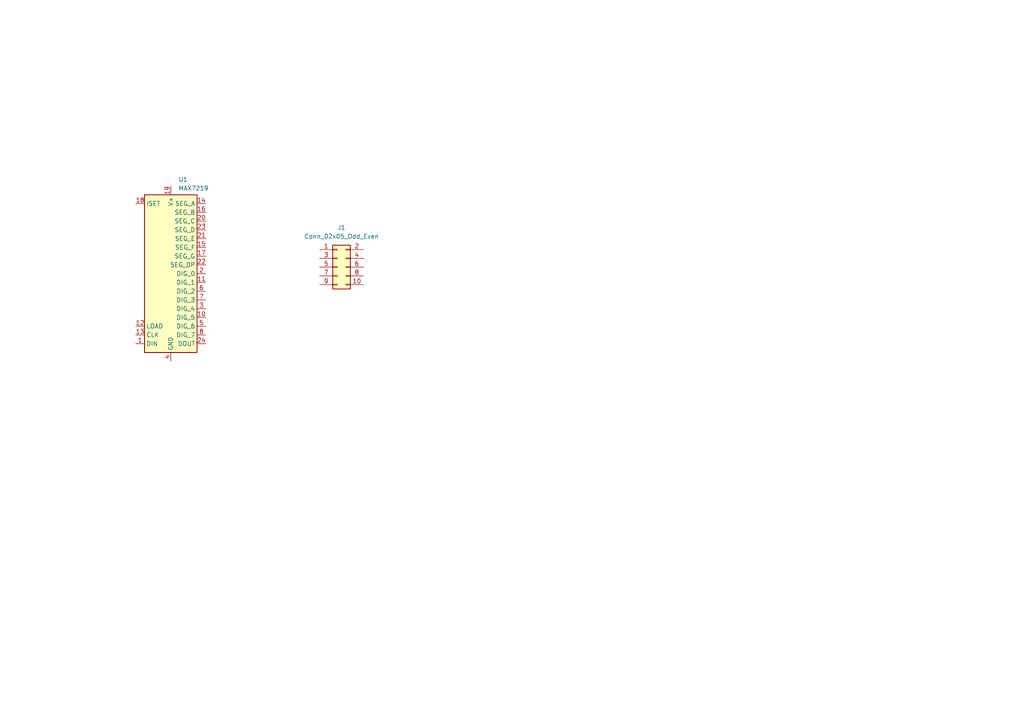
<source format=kicad_sch>
(kicad_sch (version 20230121) (generator eeschema)
  (paper "A4")
  (lib_symbols
    (symbol "Connector_Generic:Conn_02x05_Odd_Even" (pin_names (offset 1.016) hide)
      (property "Reference" "J" (at 1.27 7.62 0))
      (property "Value" "Conn_02x05_Odd_Even" (at 1.27 -7.62 0))
      (symbol "Conn_02x05_Odd_Even_1_1"
        (rectangle (start -1.27 -4.953) (end 0 -5.207) (stroke (width 0.1524)))
        (rectangle (start -1.27 -2.413) (end 0 -2.667) (stroke (width 0.1524)))
        (rectangle (start -1.27 0.127) (end 0 -0.127) (stroke (width 0.1524)))
        (rectangle (start -1.27 2.667) (end 0 2.413) (stroke (width 0.1524)))
        (rectangle (start -1.27 5.207) (end 0 4.953) (stroke (width 0.1524)))
        (rectangle (start -1.27 6.35) (end 3.81 -6.35) (stroke (width 0.254)) (fill (type background)))
        (rectangle (start 3.81 -4.953) (end 2.54 -5.207) (stroke (width 0.1524)))
        (rectangle (start 3.81 -2.413) (end 2.54 -2.667) (stroke (width 0.1524)))
        (rectangle (start 3.81 0.127) (end 2.54 -0.127) (stroke (width 0.1524)))
        (rectangle (start 3.81 2.667) (end 2.54 2.413) (stroke (width 0.1524)))
        (rectangle (start 3.81 5.207) (end 2.54 4.953) (stroke (width 0.1524)))
        (pin passive line (at -5.08 5.08 0) (length 3.81) (name "Pin_1") (number "1"))
        (pin passive line (at 7.62 -5.08 180) (length 3.81) (name "Pin_10") (number "10"))
        (pin passive line (at 7.62 5.08 180) (length 3.81) (name "Pin_2") (number "2"))
        (pin passive line (at -5.08 2.54 0) (length 3.81) (name "Pin_3") (number "3"))
        (pin passive line (at 7.62 2.54 180) (length 3.81) (name "Pin_4") (number "4"))
        (pin passive line (at -5.08 0 0) (length 3.81) (name "Pin_5") (number "5"))
        (pin passive line (at 7.62 0 180) (length 3.81) (name "Pin_6") (number "6"))
        (pin passive line (at -5.08 -2.54 0) (length 3.81) (name "Pin_7") (number "7"))
        (pin passive line (at 7.62 -2.54 180) (length 3.81) (name "Pin_8") (number "8"))
        (pin passive line (at -5.08 -5.08 0) (length 3.81) (name "Pin_9") (number "9"))
      )
    )
    (symbol "Driver_LED:MAX7219"
      (property "Reference" "U" (at -6.35 24.13 0))
      (property "Value" "MAX7219" (at 1.27 25.4 0))
      (symbol "MAX7219_0_1"
        (rectangle (start -7.62 22.86) (end 7.62 -22.86) (stroke (width 0.254)) (fill (type background)))
      )
      (symbol "MAX7219_1_1"
        (pin input line (at -10.16 -20.32 0) (length 2.54) (name "DIN") (number "1"))
        (pin output line (at 10.16 -12.7 180) (length 2.54) (name "DIG_5") (number "10"))
        (pin output line (at 10.16 -2.54 180) (length 2.54) (name "DIG_1") (number "11"))
        (pin input line (at -10.16 -15.24 0) (length 2.54) (name "LOAD") (number "12"))
        (pin input line (at -10.16 -17.78 0) (length 2.54) (name "CLK") (number "13"))
        (pin output line (at 10.16 20.32 180) (length 2.54) (name "SEG_A") (number "14"))
        (pin output line (at 10.16 7.62 180) (length 2.54) (name "SEG_F") (number "15"))
        (pin output line (at 10.16 17.78 180) (length 2.54) (name "SEG_B") (number "16"))
        (pin output line (at 10.16 5.08 180) (length 2.54) (name "SEG_G") (number "17"))
        (pin input line (at -10.16 20.32 0) (length 2.54) (name "ISET") (number "18"))
        (pin power_in line (at 0 25.4 270) (length 2.54) (name "V+") (number "19"))
        (pin output line (at 10.16 0 180) (length 2.54) (name "DIG_0") (number "2"))
        (pin output line (at 10.16 15.24 180) (length 2.54) (name "SEG_C") (number "20"))
        (pin output line (at 10.16 10.16 180) (length 2.54) (name "SEG_E") (number "21"))
        (pin output line (at 10.16 2.54 180) (length 2.54) (name "SEG_DP") (number "22"))
        (pin output line (at 10.16 12.7 180) (length 2.54) (name "SEG_D") (number "23"))
        (pin output line (at 10.16 -20.32 180) (length 2.54) (name "DOUT") (number "24"))
        (pin output line (at 10.16 -10.16 180) (length 2.54) (name "DIG_4") (number "3"))
        (pin power_in line (at 0 -25.4 90) (length 2.54) (name "GND") (number "4"))
        (pin output line (at 10.16 -15.24 180) (length 2.54) (name "DIG_6") (number "5"))
        (pin output line (at 10.16 -5.08 180) (length 2.54) (name "DIG_2") (number "6"))
        (pin output line (at 10.16 -7.62 180) (length 2.54) (name "DIG_3") (number "7"))
        (pin output line (at 10.16 -17.78 180) (length 2.54) (name "DIG_7") (number "8"))
        (pin passive line (at 0 -25.4 90) (length 2.54) hide (name "GND") (number "9"))
      )
    )
  )
  (symbol (lib_id "Driver_LED:MAX7219") (at 49.53 79.375 0) (unit 1)
    (property "Reference" "U1" (at 51.7241 52.07 0) (effects (justify left)))
    (property "Value" "MAX7219" (at 51.7241 54.61 0) (effects (justify left)))
    (property "Datasheet" "https://datasheets.maximintegrated.com/en/ds/MAX7219-MAX7221.pdf" (effects hide))
  )
  (symbol (lib_id "Connector_Generic:Conn_02x05_Odd_Even") (at 97.79 77.47 0) (unit 1)
    (property "Reference" "J1" (at 99.06 66.04 0))
    (property "Value" "Conn_02x05_Odd_Even" (at 99.06 68.58 0))
  )
)
</source>
